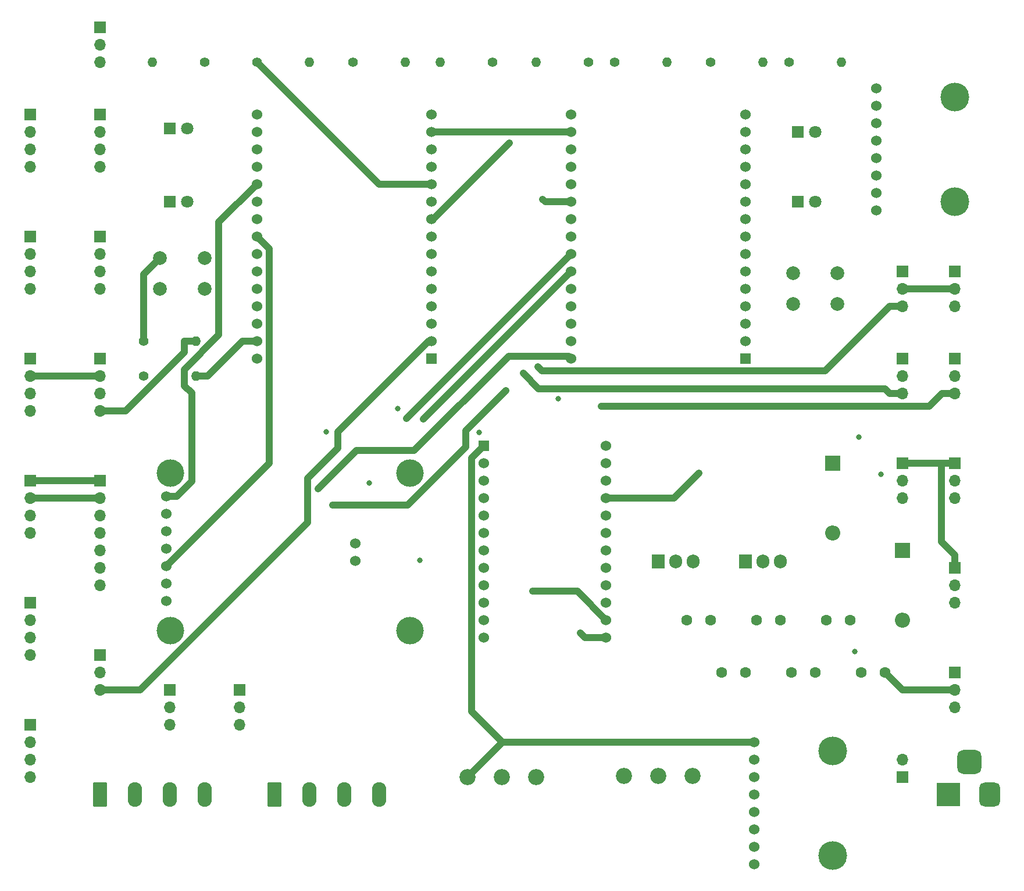
<source format=gbr>
%TF.GenerationSoftware,KiCad,Pcbnew,7.0.10*%
%TF.CreationDate,2024-07-04T23:25:59-06:00*%
%TF.ProjectId,ESP32WROOM30PIN_CARRIER_BOARD_KELLA,45535033-3257-4524-9f4f-4d333050494e,rev?*%
%TF.SameCoordinates,Original*%
%TF.FileFunction,Copper,L1,Top*%
%TF.FilePolarity,Positive*%
%FSLAX46Y46*%
G04 Gerber Fmt 4.6, Leading zero omitted, Abs format (unit mm)*
G04 Created by KiCad (PCBNEW 7.0.10) date 2024-07-04 23:25:59*
%MOMM*%
%LPD*%
G01*
G04 APERTURE LIST*
G04 Aperture macros list*
%AMRoundRect*
0 Rectangle with rounded corners*
0 $1 Rounding radius*
0 $2 $3 $4 $5 $6 $7 $8 $9 X,Y pos of 4 corners*
0 Add a 4 corners polygon primitive as box body*
4,1,4,$2,$3,$4,$5,$6,$7,$8,$9,$2,$3,0*
0 Add four circle primitives for the rounded corners*
1,1,$1+$1,$2,$3*
1,1,$1+$1,$4,$5*
1,1,$1+$1,$6,$7*
1,1,$1+$1,$8,$9*
0 Add four rect primitives between the rounded corners*
20,1,$1+$1,$2,$3,$4,$5,0*
20,1,$1+$1,$4,$5,$6,$7,0*
20,1,$1+$1,$6,$7,$8,$9,0*
20,1,$1+$1,$8,$9,$2,$3,0*%
G04 Aperture macros list end*
%TA.AperFunction,ComponentPad*%
%ADD10C,1.400000*%
%TD*%
%TA.AperFunction,ComponentPad*%
%ADD11O,1.400000X1.400000*%
%TD*%
%TA.AperFunction,ComponentPad*%
%ADD12R,1.700000X1.700000*%
%TD*%
%TA.AperFunction,ComponentPad*%
%ADD13O,1.700000X1.700000*%
%TD*%
%TA.AperFunction,ComponentPad*%
%ADD14R,2.200000X2.200000*%
%TD*%
%TA.AperFunction,ComponentPad*%
%ADD15O,2.200000X2.200000*%
%TD*%
%TA.AperFunction,ComponentPad*%
%ADD16RoundRect,0.249999X-0.790001X-1.550001X0.790001X-1.550001X0.790001X1.550001X-0.790001X1.550001X0*%
%TD*%
%TA.AperFunction,ComponentPad*%
%ADD17O,2.080000X3.600000*%
%TD*%
%TA.AperFunction,ComponentPad*%
%ADD18C,2.340000*%
%TD*%
%TA.AperFunction,ComponentPad*%
%ADD19C,1.600000*%
%TD*%
%TA.AperFunction,ComponentPad*%
%ADD20C,1.524000*%
%TD*%
%TA.AperFunction,ComponentPad*%
%ADD21C,4.191000*%
%TD*%
%TA.AperFunction,ComponentPad*%
%ADD22C,4.000000*%
%TD*%
%TA.AperFunction,ComponentPad*%
%ADD23C,2.000000*%
%TD*%
%TA.AperFunction,ComponentPad*%
%ADD24R,1.800000X1.800000*%
%TD*%
%TA.AperFunction,ComponentPad*%
%ADD25C,1.800000*%
%TD*%
%TA.AperFunction,ComponentPad*%
%ADD26R,1.524000X1.524000*%
%TD*%
%TA.AperFunction,ComponentPad*%
%ADD27R,3.500000X3.500000*%
%TD*%
%TA.AperFunction,ComponentPad*%
%ADD28RoundRect,0.750000X0.750000X1.000000X-0.750000X1.000000X-0.750000X-1.000000X0.750000X-1.000000X0*%
%TD*%
%TA.AperFunction,ComponentPad*%
%ADD29RoundRect,0.875000X0.875000X0.875000X-0.875000X0.875000X-0.875000X-0.875000X0.875000X-0.875000X0*%
%TD*%
%TA.AperFunction,ComponentPad*%
%ADD30R,1.905000X2.000000*%
%TD*%
%TA.AperFunction,ComponentPad*%
%ADD31O,1.905000X2.000000*%
%TD*%
%TA.AperFunction,ViaPad*%
%ADD32C,0.800000*%
%TD*%
%TA.AperFunction,Conductor*%
%ADD33C,1.000000*%
%TD*%
G04 APERTURE END LIST*
D10*
%TO.P,R1,1*%
%TO.N,Net-(U4-GPIO12(ADC2-CH5))*%
X53340000Y-33020000D03*
D11*
%TO.P,R1,2*%
%TO.N,Net-(D2-A)*%
X45720000Y-33020000D03*
%TD*%
D12*
%TO.P,J21,1,Pin_1*%
%TO.N,Net-(J13-Pin_1)*%
X38100000Y-76200000D03*
D13*
%TO.P,J21,2,Pin_2*%
%TO.N,GND*%
X38100000Y-78740000D03*
%TO.P,J21,3,Pin_3*%
%TO.N,Net-(J21-Pin_3)*%
X38100000Y-81280000D03*
%TO.P,J21,4,Pin_4*%
%TO.N,Net-(J21-Pin_4)*%
X38100000Y-83820000D03*
%TD*%
D14*
%TO.P,D1,1,K*%
%TO.N,Net-(D1-K)*%
X154940000Y-104140000D03*
D15*
%TO.P,D1,2,A*%
%TO.N,Net-(D1-A)*%
X154940000Y-114300000D03*
%TD*%
D12*
%TO.P,J25,1,Pin_1*%
%TO.N,Net-(J11-Pin_1)*%
X162560000Y-91440000D03*
D13*
%TO.P,J25,2,Pin_2*%
%TO.N,GND*%
X162560000Y-93980000D03*
%TO.P,J25,3,Pin_3*%
%TO.N,Net-(J25-Pin_3)*%
X162560000Y-96520000D03*
%TD*%
D16*
%TO.P,J2,1,Pin_1*%
%TO.N,VDD2*%
X63500000Y-139700000D03*
D17*
%TO.P,J2,2,Pin_2*%
%TO.N,GND*%
X68580000Y-139700000D03*
%TO.P,J2,3,Pin_3*%
%TO.N,Net-(J2-Pin_3)*%
X73660000Y-139700000D03*
%TO.P,J2,4,Pin_4*%
%TO.N,Net-(J2-Pin_4)*%
X78740000Y-139700000D03*
%TD*%
D18*
%TO.P,RV2,1,1*%
%TO.N,Net-(J13-Pin_1)*%
X114380000Y-136990000D03*
%TO.P,RV2,2,2*%
%TO.N,Net-(U4-GPIO32(ADC1-CH4))*%
X119380000Y-136990000D03*
%TO.P,RV2,3,3*%
%TO.N,GND*%
X124380000Y-136990000D03*
%TD*%
D10*
%TO.P,R9,1*%
%TO.N,Net-(J13-Pin_1)*%
X44450000Y-73660000D03*
D11*
%TO.P,R9,2*%
%TO.N,Net-(J21-Pin_4)*%
X52070000Y-73660000D03*
%TD*%
D10*
%TO.P,R10,1*%
%TO.N,Net-(J13-Pin_1)*%
X44450000Y-78740000D03*
D11*
%TO.P,R10,2*%
%TO.N,Net-(J21-Pin_3)*%
X52070000Y-78740000D03*
%TD*%
D19*
%TO.P,C3,1*%
%TO.N,VDD1*%
X133660000Y-114300000D03*
%TO.P,C3,2*%
%TO.N,GND*%
X137160000Y-114300000D03*
%TD*%
D20*
%TO.P,U6,1,VDD*%
%TO.N,Net-(J11-Pin_1)*%
X133350000Y-132080000D03*
%TO.P,U6,2,GND*%
%TO.N,GND*%
X133350000Y-134620000D03*
%TO.P,U6,3,SCL*%
%TO.N,Net-(J9-Pin_3)*%
X133350000Y-137160000D03*
%TO.P,U6,4,SDA*%
%TO.N,Net-(J9-Pin_4)*%
X133350000Y-139700000D03*
%TO.P,U6,5,XDA*%
%TO.N,unconnected-(U6-XDA-Pad5)*%
X133350000Y-142240000D03*
%TO.P,U6,6,XCL*%
%TO.N,unconnected-(U6-XCL-Pad6)*%
X133350000Y-144780000D03*
%TO.P,U6,7,ADO*%
%TO.N,unconnected-(U6-ADO-Pad7)*%
X133350000Y-147320000D03*
%TO.P,U6,8,INT*%
%TO.N,unconnected-(U6-INT-Pad8)*%
X133350000Y-149860000D03*
D21*
%TO.P,U6,9*%
%TO.N,N/C*%
X144780000Y-133350000D03*
%TO.P,U6,10*%
X144780000Y-148590000D03*
%TD*%
D16*
%TO.P,J27,1,Pin_1*%
%TO.N,VDD2*%
X38100000Y-139700000D03*
D17*
%TO.P,J27,2,Pin_2*%
%TO.N,GND*%
X43180000Y-139700000D03*
%TO.P,J27,3,Pin_3*%
%TO.N,Net-(J2-Pin_3)*%
X48260000Y-139700000D03*
%TO.P,J27,4,Pin_4*%
%TO.N,Net-(J2-Pin_4)*%
X53340000Y-139700000D03*
%TD*%
D14*
%TO.P,D3,1,K*%
%TO.N,Net-(D3-K)*%
X144780000Y-91440000D03*
D15*
%TO.P,D3,2,A*%
%TO.N,Net-(D1-A)*%
X144780000Y-101600000D03*
%TD*%
D20*
%TO.P,U5,1,INT*%
%TO.N,Net-(U4-GPIO04(ADC2-CH0))*%
X47740000Y-96270000D03*
%TO.P,U5,2,SCK*%
%TO.N,Net-(U4-GPIO18(SCK))*%
X47740000Y-98810000D03*
%TO.P,U5,3,SI*%
%TO.N,Net-(U4-GPIO23(MOSI))*%
X47740000Y-101350000D03*
%TO.P,U5,4,SO*%
%TO.N,Net-(U4-GPIO19(MISO))*%
X47740000Y-103890000D03*
%TO.P,U5,5,CS*%
%TO.N,Net-(U4-GPIO05(SS))*%
X47740000Y-106430000D03*
%TO.P,U5,6,GND*%
%TO.N,GND*%
X47740000Y-108970000D03*
%TO.P,U5,7,VCC*%
%TO.N,VDD2*%
X47740000Y-111510000D03*
%TO.P,U5,8,H*%
%TO.N,Net-(J2-Pin_4)*%
X75260000Y-103130000D03*
%TO.P,U5,9,L*%
%TO.N,Net-(J2-Pin_3)*%
X75260000Y-105670000D03*
D22*
%TO.P,U5,12*%
%TO.N,N/C*%
X48370000Y-92920000D03*
%TO.P,U5,13*%
X48370000Y-115820000D03*
%TO.P,U5,14*%
X83270000Y-92920000D03*
%TO.P,U5,15*%
X83270000Y-115820000D03*
%TD*%
D12*
%TO.P,J5,1,Pin_1*%
%TO.N,Net-(J11-Pin_1)*%
X27940000Y-76200000D03*
D13*
%TO.P,J5,2,Pin_2*%
%TO.N,GND*%
X27940000Y-78740000D03*
%TO.P,J5,3,Pin_3*%
%TO.N,Net-(J5-Pin_3)*%
X27940000Y-81280000D03*
%TO.P,J5,4,Pin_4*%
%TO.N,Net-(J5-Pin_4)*%
X27940000Y-83820000D03*
%TD*%
D19*
%TO.P,C6,1*%
%TO.N,VDD2*%
X138740000Y-121920000D03*
%TO.P,C6,2*%
%TO.N,GND*%
X142240000Y-121920000D03*
%TD*%
D23*
%TO.P,SW2,1,C*%
%TO.N,Net-(J11-Pin_1)*%
X138990000Y-63790000D03*
X145490000Y-63790000D03*
%TO.P,SW2,2,D*%
%TO.N,Net-(SW2A-D)*%
X138990000Y-68290000D03*
X145490000Y-68290000D03*
%TD*%
D10*
%TO.P,R8,1*%
%TO.N,Net-(U3-SDA)*%
X95250000Y-33020000D03*
D11*
%TO.P,R8,2*%
%TO.N,Net-(J11-Pin_1)*%
X87630000Y-33020000D03*
%TD*%
D12*
%TO.P,J6,1,Pin_1*%
%TO.N,Net-(J11-Pin_1)*%
X27940000Y-93980000D03*
D13*
%TO.P,J6,2,Pin_2*%
%TO.N,GND*%
X27940000Y-96520000D03*
%TO.P,J6,3,Pin_3*%
%TO.N,Net-(J6-Pin_3)*%
X27940000Y-99060000D03*
%TO.P,J6,4,Pin_4*%
%TO.N,Net-(J6-Pin_4)*%
X27940000Y-101600000D03*
%TD*%
D12*
%TO.P,J19,1,Pin_1*%
%TO.N,Net-(J13-Pin_1)*%
X162560000Y-63500000D03*
D13*
%TO.P,J19,2,Pin_2*%
%TO.N,GND*%
X162560000Y-66040000D03*
%TO.P,J19,3,Pin_3*%
%TO.N,Net-(J19-Pin_3)*%
X162560000Y-68580000D03*
%TD*%
D12*
%TO.P,J4,1,Pin_1*%
%TO.N,Net-(J11-Pin_1)*%
X27940000Y-58420000D03*
D13*
%TO.P,J4,2,Pin_2*%
%TO.N,GND*%
X27940000Y-60960000D03*
%TO.P,J4,3,Pin_3*%
%TO.N,Net-(J4-Pin_3)*%
X27940000Y-63500000D03*
%TO.P,J4,4,Pin_4*%
%TO.N,Net-(J4-Pin_4)*%
X27940000Y-66040000D03*
%TD*%
D19*
%TO.P,C5,1*%
%TO.N,VDD2*%
X148900000Y-121920000D03*
%TO.P,C5,2*%
%TO.N,GND*%
X152400000Y-121920000D03*
%TD*%
D12*
%TO.P,J16,1,Pin_1*%
%TO.N,Net-(J13-Pin_1)*%
X154940000Y-76200000D03*
D13*
%TO.P,J16,2,Pin_2*%
%TO.N,GND*%
X154940000Y-78740000D03*
%TO.P,J16,3,Pin_3*%
%TO.N,Net-(J16-Pin_3)*%
X154940000Y-81280000D03*
%TD*%
D12*
%TO.P,J26,1,Pin_1*%
%TO.N,Net-(J11-Pin_1)*%
X162560000Y-106680000D03*
D13*
%TO.P,J26,2,Pin_2*%
%TO.N,GND*%
X162560000Y-109220000D03*
%TO.P,J26,3,Pin_3*%
%TO.N,Net-(J26-Pin_3)*%
X162560000Y-111760000D03*
%TD*%
D24*
%TO.P,D2,1,K*%
%TO.N,GND*%
X48260000Y-42710000D03*
D25*
%TO.P,D2,2,A*%
%TO.N,Net-(D2-A)*%
X50800000Y-42710000D03*
%TD*%
D12*
%TO.P,J9,1,Pin_1*%
%TO.N,Net-(J11-Pin_1)*%
X38100000Y-40640000D03*
D13*
%TO.P,J9,2,Pin_2*%
%TO.N,GND*%
X38100000Y-43180000D03*
%TO.P,J9,3,Pin_3*%
%TO.N,Net-(J9-Pin_3)*%
X38100000Y-45720000D03*
%TO.P,J9,4,Pin_4*%
%TO.N,Net-(J9-Pin_4)*%
X38100000Y-48260000D03*
%TD*%
D12*
%TO.P,J8,1,Pin_1*%
%TO.N,Net-(J11-Pin_1)*%
X27940000Y-129540000D03*
D13*
%TO.P,J8,2,Pin_2*%
%TO.N,GND*%
X27940000Y-132080000D03*
%TO.P,J8,3,Pin_3*%
%TO.N,Net-(J8-Pin_3)*%
X27940000Y-134620000D03*
%TO.P,J8,4,Pin_4*%
%TO.N,Net-(J8-Pin_4)*%
X27940000Y-137160000D03*
%TD*%
D24*
%TO.P,D5,1,K*%
%TO.N,GND*%
X139700000Y-43180000D03*
D25*
%TO.P,D5,2,A*%
%TO.N,Net-(D5-A)*%
X142240000Y-43180000D03*
%TD*%
D12*
%TO.P,J1,1,Pin_1*%
%TO.N,Net-(D1-A)*%
X154940000Y-137160000D03*
D13*
%TO.P,J1,2,Pin_2*%
%TO.N,GND*%
X154940000Y-134620000D03*
%TD*%
D24*
%TO.P,D4,1,K*%
%TO.N,GND*%
X48260000Y-53340000D03*
D25*
%TO.P,D4,2,A*%
%TO.N,Net-(D4-A)*%
X50800000Y-53340000D03*
%TD*%
D19*
%TO.P,C2,1*%
%TO.N,VDD1*%
X143820000Y-114300000D03*
%TO.P,C2,2*%
%TO.N,GND*%
X147320000Y-114300000D03*
%TD*%
D12*
%TO.P,J20,1,Pin_1*%
%TO.N,Net-(J13-Pin_1)*%
X38100000Y-27940000D03*
D13*
%TO.P,J20,2,Pin_2*%
%TO.N,GND*%
X38100000Y-30480000D03*
%TO.P,J20,3,Pin_3*%
%TO.N,Net-(J20-Pin_3)*%
X38100000Y-33020000D03*
%TD*%
D12*
%TO.P,J13,1,Pin_1*%
%TO.N,Net-(J13-Pin_1)*%
X38100000Y-119380000D03*
D13*
%TO.P,J13,2,Pin_2*%
%TO.N,GND*%
X38100000Y-121920000D03*
%TO.P,J13,3,Pin_3*%
%TO.N,Net-(J13-Pin_3)*%
X38100000Y-124460000D03*
%TD*%
D10*
%TO.P,R5,1*%
%TO.N,Net-(SW1A-D)*%
X74930000Y-33020000D03*
D11*
%TO.P,R5,2*%
%TO.N,GND*%
X82550000Y-33020000D03*
%TD*%
D12*
%TO.P,J11,1,Pin_1*%
%TO.N,Net-(J11-Pin_1)*%
X38100000Y-58420000D03*
D13*
%TO.P,J11,2,Pin_2*%
%TO.N,GND*%
X38100000Y-60960000D03*
%TO.P,J11,3,Pin_3*%
%TO.N,Net-(J11-Pin_3)*%
X38100000Y-63500000D03*
%TO.P,J11,4,Pin_4*%
%TO.N,Net-(J11-Pin_4)*%
X38100000Y-66040000D03*
%TD*%
D19*
%TO.P,C1,1*%
%TO.N,VDD1*%
X123500000Y-114300000D03*
%TO.P,C1,2*%
%TO.N,GND*%
X127000000Y-114300000D03*
%TD*%
D12*
%TO.P,J3,1,Pin_1*%
%TO.N,Net-(J11-Pin_1)*%
X27940000Y-40640000D03*
D13*
%TO.P,J3,2,Pin_2*%
%TO.N,GND*%
X27940000Y-43180000D03*
%TO.P,J3,3,Pin_3*%
%TO.N,Net-(J3-Pin_3)*%
X27940000Y-45720000D03*
%TO.P,J3,4,Pin_4*%
%TO.N,Net-(J3-Pin_4)*%
X27940000Y-48260000D03*
%TD*%
D12*
%TO.P,J18,1,Pin_1*%
%TO.N,Net-(J13-Pin_1)*%
X162560000Y-76200000D03*
D13*
%TO.P,J18,2,Pin_2*%
%TO.N,GND*%
X162560000Y-78740000D03*
%TO.P,J18,3,Pin_3*%
%TO.N,Net-(J18-Pin_3)*%
X162560000Y-81280000D03*
%TD*%
D12*
%TO.P,J22,1,Pin_1*%
%TO.N,Net-(J11-Pin_1)*%
X38100000Y-93980000D03*
D13*
%TO.P,J22,2,Pin_2*%
%TO.N,GND*%
X38100000Y-96520000D03*
%TO.P,J22,3,Pin_3*%
%TO.N,Net-(J22-Pin_3)*%
X38100000Y-99060000D03*
%TO.P,J22,4,Pin_4*%
%TO.N,Net-(J22-Pin_4)*%
X38100000Y-101600000D03*
%TO.P,J22,5,Pin_5*%
%TO.N,Net-(J22-Pin_5)*%
X38100000Y-104140000D03*
%TO.P,J22,6,Pin_6*%
%TO.N,Net-(J22-Pin_6)*%
X38100000Y-106680000D03*
%TO.P,J22,7,Pin_7*%
%TO.N,Net-(J22-Pin_7)*%
X38100000Y-109220000D03*
%TD*%
D12*
%TO.P,J14,1,Pin_1*%
%TO.N,Net-(J13-Pin_1)*%
X48260000Y-124460000D03*
D13*
%TO.P,J14,2,Pin_2*%
%TO.N,GND*%
X48260000Y-127000000D03*
%TO.P,J14,3,Pin_3*%
%TO.N,Net-(J14-Pin_3)*%
X48260000Y-129540000D03*
%TD*%
D24*
%TO.P,D6,1,K*%
%TO.N,GND*%
X139700000Y-53340000D03*
D25*
%TO.P,D6,2,A*%
%TO.N,Net-(D6-A)*%
X142240000Y-53340000D03*
%TD*%
D10*
%TO.P,R3,1*%
%TO.N,Net-(U7-GPIO14(ADC2-CH6))*%
X138430000Y-33020000D03*
D11*
%TO.P,R3,2*%
%TO.N,Net-(D5-A)*%
X146050000Y-33020000D03*
%TD*%
D26*
%TO.P,U4,1,EN*%
%TO.N,unconnected-(U4-EN-Pad1)*%
X86360000Y-76200000D03*
D20*
%TO.P,U4,2,GPIO36(ADC1-CH0)*%
%TO.N,Net-(J13-Pin_3)*%
X86360000Y-73660000D03*
%TO.P,U4,3,GPIO39(ADC1-CH3)*%
%TO.N,Net-(J14-Pin_3)*%
X86360000Y-71120000D03*
%TO.P,U4,4,GPIO34(ADC1-CH6)*%
%TO.N,Net-(J15-Pin_3)*%
X86360000Y-68580000D03*
%TO.P,U4,5,GPIO35(ADC1-CH7)*%
%TO.N,Net-(J16-Pin_3)*%
X86360000Y-66040000D03*
%TO.P,U4,6,GPIO32(ADC1-CH4)*%
%TO.N,Net-(U4-GPIO32(ADC1-CH4))*%
X86360000Y-63500000D03*
%TO.P,U4,7,GPIO33(ADC1-CH5)*%
%TO.N,Net-(J17-Pin_3)*%
X86360000Y-60960000D03*
%TO.P,U4,8,GPIO25(ADC2-CH8)*%
%TO.N,Net-(J18-Pin_3)*%
X86360000Y-58420000D03*
%TO.P,U4,9,GPIO26(ADC2-CH9)*%
%TO.N,Net-(J19-Pin_3)*%
X86360000Y-55880000D03*
%TO.P,U4,10,GPIO27(ADC2-CH7)*%
%TO.N,Net-(SW1A-D)*%
X86360000Y-53340000D03*
%TO.P,U4,11,GPIO14(ADC2-CH6)*%
%TO.N,Net-(U4-GPIO14(ADC2-CH6))*%
X86360000Y-50800000D03*
%TO.P,U4,12,GPIO12(ADC2-CH5)*%
%TO.N,Net-(U4-GPIO12(ADC2-CH5))*%
X86360000Y-48260000D03*
%TO.P,U4,13,GPIO13(ADC2-CH4)*%
%TO.N,Net-(J20-Pin_3)*%
X86360000Y-45720000D03*
%TO.P,U4,14,GND*%
%TO.N,GND*%
X86360000Y-43180000D03*
%TO.P,U4,15,VDD*%
%TO.N,VDD2*%
X86360000Y-40640000D03*
%TO.P,U4,16,3.3V*%
%TO.N,Net-(J13-Pin_1)*%
X60960000Y-40640000D03*
%TO.P,U4,17,GND*%
%TO.N,GND*%
X60960000Y-43180000D03*
%TO.P,U4,18,GPIO12(ADC2-CH3)*%
%TO.N,unconnected-(U4-GPIO12(ADC2-CH3)-Pad18)*%
X60960000Y-45720000D03*
%TO.P,U4,19,GPIO02(ADC2-CH2)*%
%TO.N,unconnected-(U4-GPIO02(ADC2-CH2)-Pad19)*%
X60960000Y-48260000D03*
%TO.P,U4,20,GPIO04(ADC2-CH0)*%
%TO.N,Net-(U4-GPIO04(ADC2-CH0))*%
X60960000Y-50800000D03*
%TO.P,U4,21,GPIO16(RXD2)*%
%TO.N,Net-(U4-GPIO16(RXD2))*%
X60960000Y-53340000D03*
%TO.P,U4,22,GPIO17(TXD2)*%
%TO.N,Net-(U4-GPIO17(TXD2))*%
X60960000Y-55880000D03*
%TO.P,U4,23,GPIO05(SS)*%
%TO.N,Net-(U4-GPIO05(SS))*%
X60960000Y-58420000D03*
%TO.P,U4,24,GPIO18(SCK)*%
%TO.N,Net-(U4-GPIO18(SCK))*%
X60960000Y-60960000D03*
%TO.P,U4,25,GPIO19(MISO)*%
%TO.N,Net-(U4-GPIO19(MISO))*%
X60960000Y-63500000D03*
%TO.P,U4,26,GPIO21(SDA)*%
%TO.N,Net-(J21-Pin_4)*%
X60960000Y-66040000D03*
%TO.P,U4,27,GPIO03(CLK2)*%
%TO.N,unconnected-(U4-GPIO03(CLK2)-Pad27)*%
X60960000Y-68580000D03*
%TO.P,U4,28,GPIO01(CLK3)*%
%TO.N,unconnected-(U4-GPIO01(CLK3)-Pad28)*%
X60960000Y-71120000D03*
%TO.P,U4,29,GPIO22(SCL)*%
%TO.N,Net-(J21-Pin_3)*%
X60960000Y-73660000D03*
%TO.P,U4,30,GPIO23(MOSI)*%
%TO.N,Net-(U4-GPIO23(MOSI))*%
X60960000Y-76200000D03*
%TD*%
D27*
%TO.P,J10,1*%
%TO.N,Net-(D1-A)*%
X161640000Y-139700000D03*
D28*
%TO.P,J10,2*%
%TO.N,GND*%
X167640000Y-139700000D03*
D29*
%TO.P,J10,3*%
%TO.N,unconnected-(J10-Pad3)*%
X164640000Y-135000000D03*
%TD*%
D26*
%TO.P,U7,1,EN*%
%TO.N,unconnected-(U7-EN-Pad1)*%
X132080000Y-76200000D03*
D20*
%TO.P,U7,2,GPIO36(ADC1-CH0)*%
%TO.N,Net-(J23-Pin_3)*%
X132080000Y-73660000D03*
%TO.P,U7,3,GPIO39(ADC1-CH3)*%
%TO.N,Net-(J24-Pin_3)*%
X132080000Y-71120000D03*
%TO.P,U7,4,GPIO34(ADC1-CH6)*%
%TO.N,Net-(J25-Pin_3)*%
X132080000Y-68580000D03*
%TO.P,U7,5,GPIO35(ADC1-CH7)*%
%TO.N,Net-(J26-Pin_3)*%
X132080000Y-66040000D03*
%TO.P,U7,6,GPIO32(ADC1-CH4)*%
%TO.N,Net-(U7-GPIO32(ADC1-CH4))*%
X132080000Y-63500000D03*
%TO.P,U7,7,GPIO33(ADC1-CH5)*%
%TO.N,Net-(U3-A2)*%
X132080000Y-60960000D03*
%TO.P,U7,8,GPIO25(ADC2-CH8)*%
%TO.N,Net-(U3-A1)*%
X132080000Y-58420000D03*
%TO.P,U7,9,GPIO26(ADC2-CH9)*%
%TO.N,Net-(J22-Pin_7)*%
X132080000Y-55880000D03*
%TO.P,U7,10,GPIO27(ADC2-CH7)*%
%TO.N,Net-(SW2A-D)*%
X132080000Y-53340000D03*
%TO.P,U7,11,GPIO14(ADC2-CH6)*%
%TO.N,Net-(U7-GPIO14(ADC2-CH6))*%
X132080000Y-50800000D03*
%TO.P,U7,12,GPIO12(ADC2-CH5)*%
%TO.N,Net-(U7-GPIO12(ADC2-CH5))*%
X132080000Y-48260000D03*
%TO.P,U7,13,GPIO13(ADC2-CH4)*%
%TO.N,Net-(U3-RST)*%
X132080000Y-45720000D03*
%TO.P,U7,14,GND*%
%TO.N,GND*%
X132080000Y-43180000D03*
%TO.P,U7,15,VDD*%
%TO.N,VDD1*%
X132080000Y-40640000D03*
%TO.P,U7,16,3.3V*%
%TO.N,Net-(J11-Pin_1)*%
X106680000Y-40640000D03*
%TO.P,U7,17,GND*%
%TO.N,GND*%
X106680000Y-43180000D03*
%TO.P,U7,18,GPIO12(ADC2-CH3)*%
%TO.N,unconnected-(U7-GPIO12(ADC2-CH3)-Pad18)*%
X106680000Y-45720000D03*
%TO.P,U7,19,GPIO02(ADC2-CH2)*%
%TO.N,unconnected-(U7-GPIO02(ADC2-CH2)-Pad19)*%
X106680000Y-48260000D03*
%TO.P,U7,20,GPIO04(ADC2-CH0)*%
%TO.N,Net-(U3-A0)*%
X106680000Y-50800000D03*
%TO.P,U7,21,GPIO16(RXD2)*%
%TO.N,Net-(U4-GPIO17(TXD2))*%
X106680000Y-53340000D03*
%TO.P,U7,22,GPIO17(TXD2)*%
%TO.N,Net-(U4-GPIO16(RXD2))*%
X106680000Y-55880000D03*
%TO.P,U7,23,GPIO05(SS)*%
%TO.N,Net-(J22-Pin_6)*%
X106680000Y-58420000D03*
%TO.P,U7,24,GPIO18(SCK)*%
%TO.N,Net-(J22-Pin_3)*%
X106680000Y-60960000D03*
%TO.P,U7,25,GPIO19(MISO)*%
%TO.N,Net-(J22-Pin_5)*%
X106680000Y-63500000D03*
%TO.P,U7,26,GPIO21(SDA)*%
%TO.N,Net-(U3-SDA)*%
X106680000Y-66040000D03*
%TO.P,U7,27,GPIO03(CLK2)*%
%TO.N,unconnected-(U7-GPIO03(CLK2)-Pad27)*%
X106680000Y-68580000D03*
%TO.P,U7,28,GPIO01(CLK3)*%
%TO.N,unconnected-(U7-GPIO01(CLK3)-Pad28)*%
X106680000Y-71120000D03*
%TO.P,U7,29,GPIO22(SCL)*%
%TO.N,Net-(U3-SCL)*%
X106680000Y-73660000D03*
%TO.P,U7,30,GPIO23(MOSI)*%
%TO.N,Net-(J22-Pin_4)*%
X106680000Y-76200000D03*
%TD*%
D18*
%TO.P,RV1,1,1*%
%TO.N,Net-(J11-Pin_1)*%
X91600000Y-137160000D03*
%TO.P,RV1,2,2*%
%TO.N,Net-(U7-GPIO32(ADC1-CH4))*%
X96600000Y-137160000D03*
%TO.P,RV1,3,3*%
%TO.N,GND*%
X101600000Y-137160000D03*
%TD*%
D12*
%TO.P,J23,1,Pin_1*%
%TO.N,Net-(J11-Pin_1)*%
X154940000Y-91440000D03*
D13*
%TO.P,J23,2,Pin_2*%
%TO.N,GND*%
X154940000Y-93980000D03*
%TO.P,J23,3,Pin_3*%
%TO.N,Net-(J23-Pin_3)*%
X154940000Y-96520000D03*
%TD*%
D10*
%TO.P,R7,1*%
%TO.N,Net-(U3-SCL)*%
X109220000Y-33020000D03*
D11*
%TO.P,R7,2*%
%TO.N,Net-(J11-Pin_1)*%
X101600000Y-33020000D03*
%TD*%
D12*
%TO.P,J17,1,Pin_1*%
%TO.N,Net-(J13-Pin_1)*%
X58420000Y-124460000D03*
D13*
%TO.P,J17,2,Pin_2*%
%TO.N,GND*%
X58420000Y-127000000D03*
%TO.P,J17,3,Pin_3*%
%TO.N,Net-(J17-Pin_3)*%
X58420000Y-129540000D03*
%TD*%
D10*
%TO.P,R4,1*%
%TO.N,Net-(U7-GPIO12(ADC2-CH5))*%
X127000000Y-33020000D03*
D11*
%TO.P,R4,2*%
%TO.N,Net-(D6-A)*%
X134620000Y-33020000D03*
%TD*%
D30*
%TO.P,U1,1,IN*%
%TO.N,Net-(D1-K)*%
X119380000Y-105750000D03*
D31*
%TO.P,U1,2,GND*%
%TO.N,GND*%
X121920000Y-105750000D03*
%TO.P,U1,3,OUT*%
%TO.N,VDD1*%
X124460000Y-105750000D03*
%TD*%
D26*
%TO.P,U3,1,VIN*%
%TO.N,Net-(J11-Pin_1)*%
X93980000Y-88900000D03*
D20*
%TO.P,U3,2,GND*%
%TO.N,GND*%
X93980000Y-91440000D03*
%TO.P,U3,3,SDA*%
%TO.N,Net-(U3-SDA)*%
X93980000Y-93980000D03*
%TO.P,U3,4,SCL*%
%TO.N,Net-(U3-SCL)*%
X93980000Y-96520000D03*
%TO.P,U3,5,RST*%
%TO.N,Net-(U3-RST)*%
X93980000Y-99060000D03*
%TO.P,U3,6,A0*%
%TO.N,Net-(U3-A0)*%
X93980000Y-101600000D03*
%TO.P,U3,7,A1*%
%TO.N,Net-(U3-A1)*%
X93980000Y-104140000D03*
%TO.P,U3,8,A2*%
%TO.N,Net-(U3-A2)*%
X93980000Y-106680000D03*
%TO.P,U3,9,SDA0*%
%TO.N,Net-(J3-Pin_4)*%
X93980000Y-109220000D03*
%TO.P,U3,10,SCL0*%
%TO.N,Net-(J3-Pin_3)*%
X93980000Y-111760000D03*
%TO.P,U3,11,SDA1*%
%TO.N,Net-(J4-Pin_4)*%
X93980000Y-114300000D03*
%TO.P,U3,12,SCL1*%
%TO.N,Net-(J4-Pin_3)*%
X93980000Y-116840000D03*
%TO.P,U3,13,SDA2*%
%TO.N,Net-(J5-Pin_4)*%
X111760000Y-116840000D03*
%TO.P,U3,14,SCL2*%
%TO.N,Net-(J5-Pin_3)*%
X111760000Y-114300000D03*
%TO.P,U3,15,SDA3*%
%TO.N,Net-(J6-Pin_4)*%
X111760000Y-111760000D03*
%TO.P,U3,16,SCL3*%
%TO.N,Net-(J6-Pin_3)*%
X111760000Y-109220000D03*
%TO.P,U3,17,SDA4*%
%TO.N,Net-(J7-Pin_4)*%
X111760000Y-106680000D03*
%TO.P,U3,18,SCL4*%
%TO.N,Net-(J7-Pin_3)*%
X111760000Y-104140000D03*
%TO.P,U3,19,SDA5*%
%TO.N,Net-(J8-Pin_4)*%
X111760000Y-101600000D03*
%TO.P,U3,20,SCL5*%
%TO.N,Net-(J8-Pin_3)*%
X111760000Y-99060000D03*
%TO.P,U3,21,SDA6*%
%TO.N,Net-(J11-Pin_4)*%
X111760000Y-96520000D03*
%TO.P,U3,22,SCL6*%
%TO.N,Net-(J11-Pin_3)*%
X111760000Y-93980000D03*
%TO.P,U3,23,SDA7*%
%TO.N,Net-(J9-Pin_4)*%
X111760000Y-91440000D03*
%TO.P,U3,24,SCL7*%
%TO.N,Net-(J9-Pin_3)*%
X111760000Y-88900000D03*
%TD*%
D23*
%TO.P,SW1,1,C*%
%TO.N,Net-(J13-Pin_1)*%
X46840000Y-61540000D03*
X53340000Y-61540000D03*
%TO.P,SW1,2,D*%
%TO.N,Net-(SW1A-D)*%
X46840000Y-66040000D03*
X53340000Y-66040000D03*
%TD*%
D19*
%TO.P,C4,1*%
%TO.N,VDD2*%
X128580000Y-121920000D03*
%TO.P,C4,2*%
%TO.N,GND*%
X132080000Y-121920000D03*
%TD*%
D12*
%TO.P,J7,1,Pin_1*%
%TO.N,Net-(J11-Pin_1)*%
X27940000Y-111760000D03*
D13*
%TO.P,J7,2,Pin_2*%
%TO.N,GND*%
X27940000Y-114300000D03*
%TO.P,J7,3,Pin_3*%
%TO.N,Net-(J7-Pin_3)*%
X27940000Y-116840000D03*
%TO.P,J7,4,Pin_4*%
%TO.N,Net-(J7-Pin_4)*%
X27940000Y-119380000D03*
%TD*%
D10*
%TO.P,R2,1*%
%TO.N,Net-(U4-GPIO14(ADC2-CH6))*%
X60960000Y-33020000D03*
D11*
%TO.P,R2,2*%
%TO.N,Net-(D4-A)*%
X68580000Y-33020000D03*
%TD*%
D10*
%TO.P,R6,1*%
%TO.N,Net-(SW2A-D)*%
X113030000Y-33020000D03*
D11*
%TO.P,R6,2*%
%TO.N,GND*%
X120650000Y-33020000D03*
%TD*%
D12*
%TO.P,J15,1,Pin_1*%
%TO.N,Net-(J13-Pin_1)*%
X154940000Y-63500000D03*
D13*
%TO.P,J15,2,Pin_2*%
%TO.N,GND*%
X154940000Y-66040000D03*
%TO.P,J15,3,Pin_3*%
%TO.N,Net-(J15-Pin_3)*%
X154940000Y-68580000D03*
%TD*%
D30*
%TO.P,U2,1,IN*%
%TO.N,Net-(D3-K)*%
X132080000Y-105750000D03*
D31*
%TO.P,U2,2,GND*%
%TO.N,GND*%
X134620000Y-105750000D03*
%TO.P,U2,3,OUT*%
%TO.N,VDD2*%
X137160000Y-105750000D03*
%TD*%
D20*
%TO.P,U8,1,VDD*%
%TO.N,Net-(J11-Pin_1)*%
X151130000Y-36830000D03*
%TO.P,U8,2,GND*%
%TO.N,GND*%
X151130000Y-39370000D03*
%TO.P,U8,3,SCL*%
%TO.N,Net-(J11-Pin_3)*%
X151130000Y-41910000D03*
%TO.P,U8,4,SDA*%
%TO.N,Net-(J11-Pin_4)*%
X151130000Y-44450000D03*
%TO.P,U8,5,XDA*%
%TO.N,unconnected-(U8-XDA-Pad5)*%
X151130000Y-46990000D03*
%TO.P,U8,6,XCL*%
%TO.N,unconnected-(U8-XCL-Pad6)*%
X151130000Y-49530000D03*
%TO.P,U8,7,ADO*%
%TO.N,unconnected-(U8-ADO-Pad7)*%
X151130000Y-52070000D03*
%TO.P,U8,8,INT*%
%TO.N,unconnected-(U8-INT-Pad8)*%
X151130000Y-54610000D03*
D21*
%TO.P,U8,9*%
%TO.N,N/C*%
X162560000Y-38100000D03*
%TO.P,U8,10*%
X162560000Y-53340000D03*
%TD*%
D12*
%TO.P,J24,1,Pin_1*%
%TO.N,Net-(J11-Pin_1)*%
X162560000Y-121920000D03*
D13*
%TO.P,J24,2,Pin_2*%
%TO.N,GND*%
X162560000Y-124460000D03*
%TO.P,J24,3,Pin_3*%
%TO.N,Net-(J24-Pin_3)*%
X162560000Y-127000000D03*
%TD*%
D32*
%TO.N,Net-(J9-Pin_3)*%
X104775800Y-82074700D03*
%TO.N,Net-(J22-Pin_7)*%
X97231700Y-80871600D03*
X71958700Y-97587700D03*
%TO.N,Net-(J22-Pin_6)*%
X93303200Y-86940700D03*
%TO.N,Net-(J22-Pin_3)*%
X82682600Y-84957400D03*
%TO.N,Net-(J22-Pin_5)*%
X85188400Y-84991600D03*
%TO.N,Net-(J22-Pin_4)*%
X69862000Y-95180700D03*
%TO.N,Net-(U4-GPIO17(TXD2))*%
X102563300Y-52983900D03*
%TO.N,Net-(J25-Pin_3)*%
X151787800Y-93092200D03*
%TO.N,Net-(J24-Pin_3)*%
X148611800Y-87651800D03*
%TO.N,Net-(J19-Pin_3)*%
X97707100Y-44782500D03*
%TO.N,Net-(J18-Pin_3)*%
X111071900Y-83131900D03*
%TO.N,Net-(J16-Pin_3)*%
X99742100Y-78358900D03*
%TO.N,Net-(J15-Pin_3)*%
X101860900Y-77405500D03*
%TO.N,Net-(J14-Pin_3)*%
X71032200Y-86890700D03*
%TO.N,Net-(J13-Pin_1)*%
X148019400Y-118915400D03*
%TO.N,Net-(J11-Pin_4)*%
X125322300Y-92879600D03*
%TO.N,Net-(J5-Pin_4)*%
X108044000Y-116171400D03*
X81414600Y-83543700D03*
%TO.N,Net-(J5-Pin_3)*%
X101119500Y-110124100D03*
%TO.N,Net-(J3-Pin_4)*%
X84625600Y-105631000D03*
%TO.N,VDD2*%
X77288100Y-94298600D03*
%TD*%
D33*
%TO.N,Net-(J11-Pin_1)*%
X38100000Y-93980000D02*
X27940000Y-93980000D01*
X92188800Y-127588800D02*
X96680000Y-132080000D01*
X92188800Y-90691200D02*
X92188800Y-127588800D01*
X93980000Y-88900000D02*
X92188800Y-90691200D01*
X91600000Y-137160000D02*
X96680000Y-132080000D01*
X96680000Y-132080000D02*
X133350000Y-132080000D01*
X162560000Y-106680000D02*
X162560000Y-104828100D01*
X160655000Y-102923100D02*
X160655000Y-91440000D01*
X162560000Y-104828100D02*
X160655000Y-102923100D01*
X162560000Y-91440000D02*
X160655000Y-91440000D01*
X160655000Y-91440000D02*
X154940000Y-91440000D01*
%TO.N,Net-(J22-Pin_7)*%
X91384800Y-86718500D02*
X97231700Y-80871600D01*
X91384800Y-89052200D02*
X91384800Y-86718500D01*
X82849300Y-97587700D02*
X91384800Y-89052200D01*
X71958700Y-97587700D02*
X82849300Y-97587700D01*
%TO.N,Net-(J22-Pin_3)*%
X82682600Y-84957400D02*
X106680000Y-60960000D01*
%TO.N,Net-(J22-Pin_5)*%
X106680000Y-63500000D02*
X85188400Y-84991600D01*
%TO.N,Net-(J22-Pin_4)*%
X106321800Y-75841800D02*
X106680000Y-76200000D01*
X97595200Y-75841800D02*
X106321800Y-75841800D01*
X83848900Y-89588100D02*
X97595200Y-75841800D01*
X75454600Y-89588100D02*
X83848900Y-89588100D01*
X69862000Y-95180700D02*
X75454600Y-89588100D01*
%TO.N,Net-(U4-GPIO17(TXD2))*%
X102919400Y-53340000D02*
X102563300Y-52983900D01*
X106680000Y-53340000D02*
X102919400Y-53340000D01*
%TO.N,Net-(J21-Pin_4)*%
X41803600Y-83820000D02*
X38100000Y-83820000D01*
X50368100Y-75255500D02*
X41803600Y-83820000D01*
X50368100Y-73660000D02*
X50368100Y-75255500D01*
X52070000Y-73660000D02*
X50368100Y-73660000D01*
%TO.N,Net-(J21-Pin_3)*%
X52070000Y-78740000D02*
X53771900Y-78740000D01*
X58851900Y-73660000D02*
X60960000Y-73660000D01*
X53771900Y-78740000D02*
X58851900Y-73660000D01*
%TO.N,Net-(J19-Pin_3)*%
X86609600Y-55880000D02*
X97707100Y-44782500D01*
X86360000Y-55880000D02*
X86609600Y-55880000D01*
%TO.N,Net-(J18-Pin_3)*%
X162560000Y-81280000D02*
X160708100Y-81280000D01*
X158856200Y-83131900D02*
X111071900Y-83131900D01*
X160708100Y-81280000D02*
X158856200Y-83131900D01*
%TO.N,Net-(J16-Pin_3)*%
X152400000Y-80591900D02*
X153088100Y-81280000D01*
X101975100Y-80591900D02*
X152400000Y-80591900D01*
X99742100Y-78358900D02*
X101975100Y-80591900D01*
X154940000Y-81280000D02*
X153088100Y-81280000D01*
%TO.N,Net-(J15-Pin_3)*%
X154940000Y-68580000D02*
X153088100Y-68580000D01*
X102419300Y-77963900D02*
X101860900Y-77405500D01*
X143704200Y-77963900D02*
X102419300Y-77963900D01*
X153088100Y-68580000D02*
X143704200Y-77963900D01*
%TO.N,Net-(J13-Pin_3)*%
X43975400Y-124460000D02*
X38100000Y-124460000D01*
X68297100Y-100138300D02*
X43975400Y-124460000D01*
X68297100Y-93672600D02*
X68297100Y-100138300D01*
X72692300Y-89277400D02*
X68297100Y-93672600D01*
X72692300Y-86902500D02*
X72692300Y-89277400D01*
X85934800Y-73660000D02*
X72692300Y-86902500D01*
X86360000Y-73660000D02*
X85934800Y-73660000D01*
%TO.N,Net-(J13-Pin_1)*%
X44450000Y-63930000D02*
X44450000Y-73660000D01*
X46840000Y-61540000D02*
X44450000Y-63930000D01*
%TO.N,Net-(U4-GPIO05(SS))*%
X62723900Y-91446100D02*
X47740000Y-106430000D01*
X62723900Y-60183900D02*
X62723900Y-91446100D01*
X60960000Y-58420000D02*
X62723900Y-60183900D01*
%TO.N,Net-(U4-GPIO04(ADC2-CH0))*%
X49295700Y-96270000D02*
X47740000Y-96270000D01*
X51438300Y-94127400D02*
X49295700Y-96270000D01*
X51438300Y-81258600D02*
X51438300Y-94127400D01*
X50338700Y-80159000D02*
X51438300Y-81258600D01*
X50338700Y-77818900D02*
X50338700Y-80159000D01*
X55398400Y-72759200D02*
X50338700Y-77818900D01*
X55398400Y-56361600D02*
X55398400Y-72759200D01*
X60960000Y-50800000D02*
X55398400Y-56361600D01*
%TO.N,Net-(U4-GPIO14(ADC2-CH6))*%
X78740000Y-50800000D02*
X60960000Y-33020000D01*
X86360000Y-50800000D02*
X78740000Y-50800000D01*
%TO.N,Net-(J11-Pin_4)*%
X121681900Y-96520000D02*
X125322300Y-92879600D01*
X111760000Y-96520000D02*
X121681900Y-96520000D01*
%TO.N,Net-(J5-Pin_4)*%
X108712600Y-116840000D02*
X108044000Y-116171400D01*
X111760000Y-116840000D02*
X108712600Y-116840000D01*
%TO.N,Net-(J5-Pin_3)*%
X107584100Y-110124100D02*
X101119500Y-110124100D01*
X111760000Y-114300000D02*
X107584100Y-110124100D01*
%TO.N,GND*%
X38100000Y-96520000D02*
X27940000Y-96520000D01*
X154940000Y-124460000D02*
X152400000Y-121920000D01*
X162560000Y-124460000D02*
X154940000Y-124460000D01*
X154940000Y-66040000D02*
X162560000Y-66040000D01*
X27940000Y-78740000D02*
X38100000Y-78740000D01*
X86360000Y-43180000D02*
X106680000Y-43180000D01*
%TD*%
M02*

</source>
